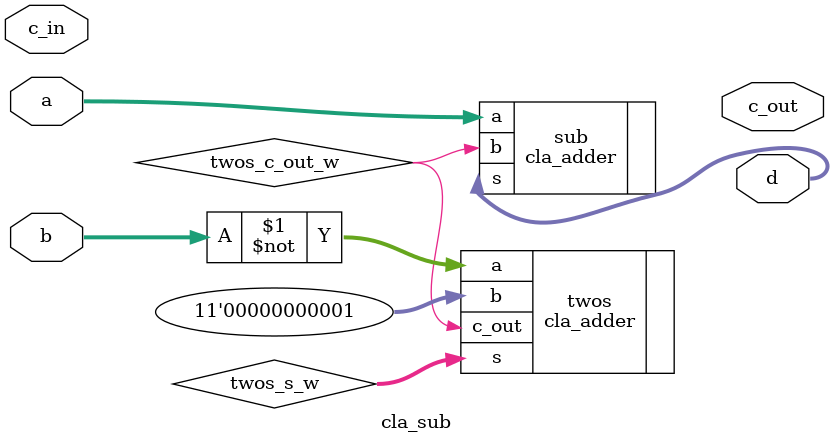
<source format=v>
`timescale 1ns / 1ps


// Carry lookahead subtractor
// Performs a - b
module cla_sub(
    //A input
    input [10:0]a,
    //B input
    input [10:0]b,
    input c_in,
    
    output [10:0]d,
    output c_out
    );
    
    wire [10:0] twos_s_w;
    wire twos_c_out_w;
    
    // Compute the two's compliment of b to get negative b
    cla_adder twos(
        .a(~b), 
        .b(11'b1),
        .s(twos_s_w),
        .c_out(twos_c_out_w)
    );
    
    // Add a and negative b to perform subtraction
    cla_adder sub(
        .a(a),
        .b(twos_c_out_w),
        .s(d)
    );
    
endmodule

</source>
